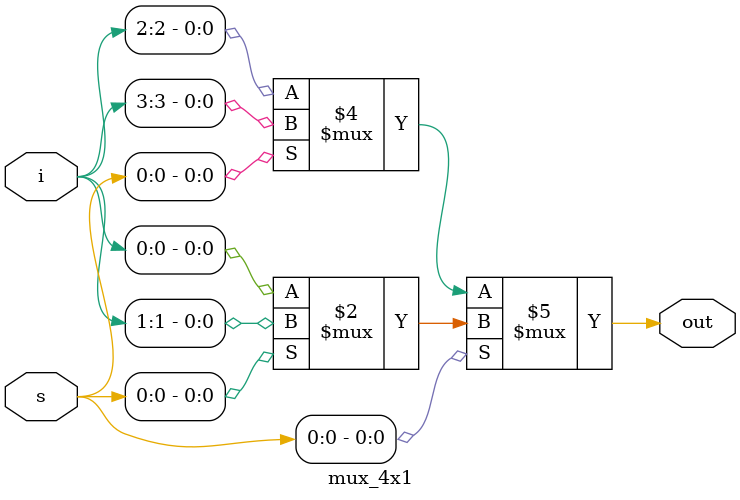
<source format=v>
module mux_4x1(input [3:0] i, input [1:0] s, output out);

   // assign out = (i[0] & ~(s[0]) & ~(s[1])) | (i[1] & (s[0]) & ~(s[1])) | (i[2] & ~(s[0]) & (s[1])) | (i[3] & (s[0]) & (s[1]));

   assign out = s[0] ? (~s[0] ? i[0]: i[1]) : ((~s[0] ? i[2]: i[3]));

endmodule
</source>
